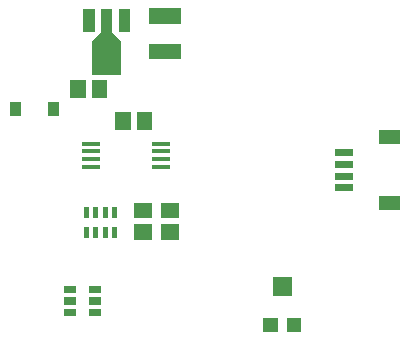
<source format=gbr>
G04 start of page 11 for group -4015 idx -4015 *
G04 Title: (unknown), toppaste *
G04 Creator: pcb 20140316 *
G04 CreationDate: Fri 27 Apr 2018 02:04:58 AM GMT UTC *
G04 For: petersen *
G04 Format: Gerber/RS-274X *
G04 PCB-Dimensions (mil): 1500.00 1250.00 *
G04 PCB-Coordinate-Origin: lower left *
%MOIN*%
%FSLAX25Y25*%
%LNTOPPASTE*%
%ADD102R,0.0472X0.0472*%
%ADD101R,0.0236X0.0236*%
%ADD100R,0.0630X0.0630*%
%ADD99R,0.0470X0.0470*%
%ADD98R,0.0240X0.0240*%
%ADD97R,0.0130X0.0130*%
%ADD96C,0.0001*%
%ADD95R,0.0945X0.0945*%
%ADD94R,0.0378X0.0378*%
%ADD93R,0.0360X0.0360*%
%ADD92R,0.0512X0.0512*%
%ADD91R,0.0167X0.0167*%
G54D91*X53724Y52783D02*Y50913D01*
X50575Y52783D02*Y50913D01*
X47425Y52783D02*Y50913D01*
X44276Y52783D02*Y50913D01*
Y46087D02*Y44217D01*
X47425Y46087D02*Y44217D01*
X50575Y46087D02*Y44217D01*
X53724Y46087D02*Y44217D01*
G54D92*X63543Y82893D02*Y82107D01*
X56457Y82893D02*Y82107D01*
G54D93*X20500Y87100D02*Y85900D01*
X33400Y87100D02*Y85900D01*
G54D92*X67745Y117405D02*X73255D01*
X67745Y105595D02*X73255D01*
X41457Y93393D02*Y92607D01*
X48543Y93393D02*Y92607D01*
G54D94*X56906Y117984D02*Y113890D01*
X51000Y117984D02*Y106174D01*
G54D95*Y104440D02*Y102550D01*
G54D96*G36*
X52885Y112005D02*X55725Y109165D01*
X54305Y107745D01*
X51465Y110585D01*
X52885Y112005D01*
G37*
G36*
X46275Y109165D02*X49115Y112005D01*
X50535Y110585D01*
X47695Y107745D01*
X46275Y109165D01*
G37*
G54D94*X45094Y117984D02*Y113890D01*
G54D97*X43583Y74838D02*X48189D01*
X43583Y72279D02*X48189D01*
X43583Y69721D02*X48189D01*
X43583Y67162D02*X48189D01*
X66811D02*X71417D01*
X66811Y69721D02*X71417D01*
X66811Y72279D02*X71417D01*
X66811Y74838D02*X71417D01*
G54D92*X62607Y45457D02*X63393D01*
X62607Y52543D02*X63393D01*
G54D98*X46200Y18500D02*X47800D01*
X46200Y22400D02*X47800D01*
X46200Y26300D02*X47800D01*
X38000D02*X39600D01*
X38000Y22400D02*X39600D01*
X38000Y18500D02*X39600D01*
G54D92*X71607Y52543D02*X72393D01*
X71607Y45457D02*X72393D01*
G54D99*X105599Y14450D02*X105600D01*
X113400D02*X113401D01*
G54D100*X109500Y27250D02*X109501D01*
G54D101*X128130Y60094D02*X131870D01*
X128130Y64031D02*X131870D01*
X128130Y67969D02*X131870D01*
X128130Y71906D02*X131870D01*
G54D102*X144075Y54976D02*X146437D01*
X144075Y77024D02*X146437D01*
M02*

</source>
